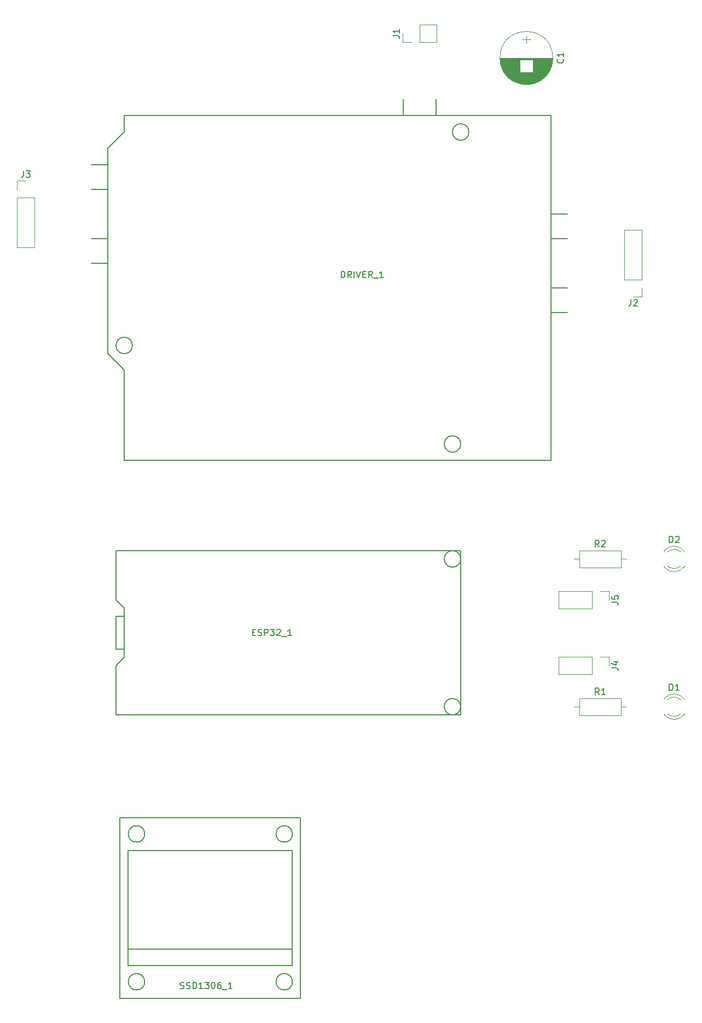
<source format=gbr>
G04 #@! TF.FileFunction,Legend,Top*
%FSLAX46Y46*%
G04 Gerber Fmt 4.6, Leading zero omitted, Abs format (unit mm)*
G04 Created by KiCad (PCBNEW 4.0.7) date 04/17/18 22:05:50*
%MOMM*%
%LPD*%
G01*
G04 APERTURE LIST*
%ADD10C,0.100000*%
%ADD11C,0.120000*%
%ADD12C,0.150000*%
G04 APERTURE END LIST*
D10*
D11*
X99340000Y-21570000D02*
G75*
G03X99340000Y-21570000I-4090000J0D01*
G01*
X99300000Y-21570000D02*
X91200000Y-21570000D01*
X99300000Y-21610000D02*
X91200000Y-21610000D01*
X99300000Y-21650000D02*
X91200000Y-21650000D01*
X99299000Y-21690000D02*
X91201000Y-21690000D01*
X99297000Y-21730000D02*
X91203000Y-21730000D01*
X99296000Y-21770000D02*
X91204000Y-21770000D01*
X99293000Y-21810000D02*
X91207000Y-21810000D01*
X99291000Y-21850000D02*
X96230000Y-21850000D01*
X94270000Y-21850000D02*
X91209000Y-21850000D01*
X99288000Y-21890000D02*
X96230000Y-21890000D01*
X94270000Y-21890000D02*
X91212000Y-21890000D01*
X99285000Y-21930000D02*
X96230000Y-21930000D01*
X94270000Y-21930000D02*
X91215000Y-21930000D01*
X99281000Y-21970000D02*
X96230000Y-21970000D01*
X94270000Y-21970000D02*
X91219000Y-21970000D01*
X99277000Y-22010000D02*
X96230000Y-22010000D01*
X94270000Y-22010000D02*
X91223000Y-22010000D01*
X99272000Y-22050000D02*
X96230000Y-22050000D01*
X94270000Y-22050000D02*
X91228000Y-22050000D01*
X99267000Y-22090000D02*
X96230000Y-22090000D01*
X94270000Y-22090000D02*
X91233000Y-22090000D01*
X99262000Y-22130000D02*
X96230000Y-22130000D01*
X94270000Y-22130000D02*
X91238000Y-22130000D01*
X99256000Y-22170000D02*
X96230000Y-22170000D01*
X94270000Y-22170000D02*
X91244000Y-22170000D01*
X99250000Y-22210000D02*
X96230000Y-22210000D01*
X94270000Y-22210000D02*
X91250000Y-22210000D01*
X99244000Y-22250000D02*
X96230000Y-22250000D01*
X94270000Y-22250000D02*
X91256000Y-22250000D01*
X99237000Y-22291000D02*
X96230000Y-22291000D01*
X94270000Y-22291000D02*
X91263000Y-22291000D01*
X99229000Y-22331000D02*
X96230000Y-22331000D01*
X94270000Y-22331000D02*
X91271000Y-22331000D01*
X99221000Y-22371000D02*
X96230000Y-22371000D01*
X94270000Y-22371000D02*
X91279000Y-22371000D01*
X99213000Y-22411000D02*
X96230000Y-22411000D01*
X94270000Y-22411000D02*
X91287000Y-22411000D01*
X99205000Y-22451000D02*
X96230000Y-22451000D01*
X94270000Y-22451000D02*
X91295000Y-22451000D01*
X99196000Y-22491000D02*
X96230000Y-22491000D01*
X94270000Y-22491000D02*
X91304000Y-22491000D01*
X99186000Y-22531000D02*
X96230000Y-22531000D01*
X94270000Y-22531000D02*
X91314000Y-22531000D01*
X99176000Y-22571000D02*
X96230000Y-22571000D01*
X94270000Y-22571000D02*
X91324000Y-22571000D01*
X99166000Y-22611000D02*
X96230000Y-22611000D01*
X94270000Y-22611000D02*
X91334000Y-22611000D01*
X99155000Y-22651000D02*
X96230000Y-22651000D01*
X94270000Y-22651000D02*
X91345000Y-22651000D01*
X99144000Y-22691000D02*
X96230000Y-22691000D01*
X94270000Y-22691000D02*
X91356000Y-22691000D01*
X99133000Y-22731000D02*
X96230000Y-22731000D01*
X94270000Y-22731000D02*
X91367000Y-22731000D01*
X99120000Y-22771000D02*
X96230000Y-22771000D01*
X94270000Y-22771000D02*
X91380000Y-22771000D01*
X99108000Y-22811000D02*
X96230000Y-22811000D01*
X94270000Y-22811000D02*
X91392000Y-22811000D01*
X99095000Y-22851000D02*
X96230000Y-22851000D01*
X94270000Y-22851000D02*
X91405000Y-22851000D01*
X99082000Y-22891000D02*
X96230000Y-22891000D01*
X94270000Y-22891000D02*
X91418000Y-22891000D01*
X99068000Y-22931000D02*
X96230000Y-22931000D01*
X94270000Y-22931000D02*
X91432000Y-22931000D01*
X99053000Y-22971000D02*
X96230000Y-22971000D01*
X94270000Y-22971000D02*
X91447000Y-22971000D01*
X99039000Y-23011000D02*
X96230000Y-23011000D01*
X94270000Y-23011000D02*
X91461000Y-23011000D01*
X99023000Y-23051000D02*
X96230000Y-23051000D01*
X94270000Y-23051000D02*
X91477000Y-23051000D01*
X99008000Y-23091000D02*
X96230000Y-23091000D01*
X94270000Y-23091000D02*
X91492000Y-23091000D01*
X98991000Y-23131000D02*
X96230000Y-23131000D01*
X94270000Y-23131000D02*
X91509000Y-23131000D01*
X98975000Y-23171000D02*
X96230000Y-23171000D01*
X94270000Y-23171000D02*
X91525000Y-23171000D01*
X98957000Y-23211000D02*
X96230000Y-23211000D01*
X94270000Y-23211000D02*
X91543000Y-23211000D01*
X98940000Y-23251000D02*
X96230000Y-23251000D01*
X94270000Y-23251000D02*
X91560000Y-23251000D01*
X98921000Y-23291000D02*
X96230000Y-23291000D01*
X94270000Y-23291000D02*
X91579000Y-23291000D01*
X98902000Y-23331000D02*
X96230000Y-23331000D01*
X94270000Y-23331000D02*
X91598000Y-23331000D01*
X98883000Y-23371000D02*
X96230000Y-23371000D01*
X94270000Y-23371000D02*
X91617000Y-23371000D01*
X98863000Y-23411000D02*
X96230000Y-23411000D01*
X94270000Y-23411000D02*
X91637000Y-23411000D01*
X98843000Y-23451000D02*
X96230000Y-23451000D01*
X94270000Y-23451000D02*
X91657000Y-23451000D01*
X98822000Y-23491000D02*
X96230000Y-23491000D01*
X94270000Y-23491000D02*
X91678000Y-23491000D01*
X98800000Y-23531000D02*
X96230000Y-23531000D01*
X94270000Y-23531000D02*
X91700000Y-23531000D01*
X98778000Y-23571000D02*
X96230000Y-23571000D01*
X94270000Y-23571000D02*
X91722000Y-23571000D01*
X98755000Y-23611000D02*
X96230000Y-23611000D01*
X94270000Y-23611000D02*
X91745000Y-23611000D01*
X98732000Y-23651000D02*
X96230000Y-23651000D01*
X94270000Y-23651000D02*
X91768000Y-23651000D01*
X98708000Y-23691000D02*
X96230000Y-23691000D01*
X94270000Y-23691000D02*
X91792000Y-23691000D01*
X98684000Y-23731000D02*
X96230000Y-23731000D01*
X94270000Y-23731000D02*
X91816000Y-23731000D01*
X98658000Y-23771000D02*
X96230000Y-23771000D01*
X94270000Y-23771000D02*
X91842000Y-23771000D01*
X98633000Y-23811000D02*
X91867000Y-23811000D01*
X98606000Y-23851000D02*
X91894000Y-23851000D01*
X98579000Y-23891000D02*
X91921000Y-23891000D01*
X98551000Y-23931000D02*
X91949000Y-23931000D01*
X98522000Y-23971000D02*
X91978000Y-23971000D01*
X98493000Y-24011000D02*
X92007000Y-24011000D01*
X98463000Y-24051000D02*
X92037000Y-24051000D01*
X98432000Y-24091000D02*
X92068000Y-24091000D01*
X98400000Y-24131000D02*
X92100000Y-24131000D01*
X98368000Y-24171000D02*
X92132000Y-24171000D01*
X98334000Y-24211000D02*
X92166000Y-24211000D01*
X98300000Y-24251000D02*
X92200000Y-24251000D01*
X98265000Y-24291000D02*
X92235000Y-24291000D01*
X98229000Y-24331000D02*
X92271000Y-24331000D01*
X98192000Y-24371000D02*
X92308000Y-24371000D01*
X98154000Y-24411000D02*
X92346000Y-24411000D01*
X98115000Y-24451000D02*
X92385000Y-24451000D01*
X98074000Y-24491000D02*
X92426000Y-24491000D01*
X98033000Y-24531000D02*
X92467000Y-24531000D01*
X97990000Y-24571000D02*
X92510000Y-24571000D01*
X97947000Y-24611000D02*
X92553000Y-24611000D01*
X97902000Y-24651000D02*
X92598000Y-24651000D01*
X97855000Y-24691000D02*
X92645000Y-24691000D01*
X97807000Y-24731000D02*
X92693000Y-24731000D01*
X97758000Y-24771000D02*
X92742000Y-24771000D01*
X97707000Y-24811000D02*
X92793000Y-24811000D01*
X97654000Y-24851000D02*
X92846000Y-24851000D01*
X97599000Y-24891000D02*
X92901000Y-24891000D01*
X97543000Y-24931000D02*
X92957000Y-24931000D01*
X97484000Y-24971000D02*
X93016000Y-24971000D01*
X97423000Y-25011000D02*
X93077000Y-25011000D01*
X97359000Y-25051000D02*
X93141000Y-25051000D01*
X97293000Y-25091000D02*
X93207000Y-25091000D01*
X97224000Y-25131000D02*
X93276000Y-25131000D01*
X97152000Y-25171000D02*
X93348000Y-25171000D01*
X97076000Y-25211000D02*
X93424000Y-25211000D01*
X96995000Y-25251000D02*
X93505000Y-25251000D01*
X96910000Y-25291000D02*
X93590000Y-25291000D01*
X96820000Y-25331000D02*
X93680000Y-25331000D01*
X96723000Y-25371000D02*
X93777000Y-25371000D01*
X96619000Y-25411000D02*
X93881000Y-25411000D01*
X96504000Y-25451000D02*
X93996000Y-25451000D01*
X96377000Y-25491000D02*
X94123000Y-25491000D01*
X96233000Y-25531000D02*
X94267000Y-25531000D01*
X96064000Y-25571000D02*
X94436000Y-25571000D01*
X95848000Y-25611000D02*
X94652000Y-25611000D01*
X95496000Y-25651000D02*
X95004000Y-25651000D01*
X95250000Y-18120000D02*
X95250000Y-19320000D01*
X95900000Y-18720000D02*
X94600000Y-18720000D01*
X119782335Y-120841392D02*
G75*
G03X116550000Y-120684484I-1672335J-1078608D01*
G01*
X119782335Y-122998608D02*
G75*
G02X116550000Y-123155516I-1672335J1078608D01*
G01*
X119151130Y-120840163D02*
G75*
G03X117069039Y-120840000I-1041130J-1079837D01*
G01*
X119151130Y-122999837D02*
G75*
G02X117069039Y-123000000I-1041130J1079837D01*
G01*
X116550000Y-120684000D02*
X116550000Y-120840000D01*
X116550000Y-123000000D02*
X116550000Y-123156000D01*
X119782335Y-97981392D02*
G75*
G03X116550000Y-97824484I-1672335J-1078608D01*
G01*
X119782335Y-100138608D02*
G75*
G02X116550000Y-100295516I-1672335J1078608D01*
G01*
X119151130Y-97980163D02*
G75*
G03X117069039Y-97980000I-1041130J-1079837D01*
G01*
X119151130Y-100139837D02*
G75*
G02X117069039Y-100140000I-1041130J1079837D01*
G01*
X116550000Y-97824000D02*
X116550000Y-97980000D01*
X116550000Y-100140000D02*
X116550000Y-100296000D01*
D12*
X30480000Y-49530000D02*
X27940000Y-49530000D01*
X30480000Y-53340000D02*
X27940000Y-53340000D01*
X30480000Y-41910000D02*
X27940000Y-41910000D01*
X30480000Y-38100000D02*
X27940000Y-38100000D01*
X99060000Y-60960000D02*
X101600000Y-60960000D01*
X99060000Y-57150000D02*
X101600000Y-57150000D01*
X99060000Y-49530000D02*
X101600000Y-49530000D01*
X99060000Y-45720000D02*
X101600000Y-45720000D01*
X81280000Y-30480000D02*
X81280000Y-27940000D01*
X76200000Y-30480000D02*
X76200000Y-27940000D01*
X85090000Y-81280000D02*
G75*
G03X85090000Y-81280000I-1270000J0D01*
G01*
X86360000Y-33020000D02*
G75*
G03X86360000Y-33020000I-1270000J0D01*
G01*
X34290000Y-66040000D02*
G75*
G03X34290000Y-66040000I-1270000J0D01*
G01*
X72390000Y-30480000D02*
X99060000Y-30480000D01*
X99060000Y-30480000D02*
X99060000Y-83820000D01*
X99060000Y-83820000D02*
X82550000Y-83820000D01*
X34290000Y-30480000D02*
X33020000Y-30480000D01*
X33020000Y-30480000D02*
X33020000Y-33020000D01*
X33020000Y-33020000D02*
X30480000Y-35560000D01*
X30480000Y-35560000D02*
X30480000Y-67310000D01*
X30480000Y-67310000D02*
X33020000Y-69850000D01*
X33020000Y-69850000D02*
X33020000Y-83820000D01*
X33020000Y-83820000D02*
X82550000Y-83820000D01*
X34290000Y-30480000D02*
X72390000Y-30480000D01*
X85090000Y-99060000D02*
G75*
G03X85090000Y-99060000I-1270000J0D01*
G01*
X85090000Y-121920000D02*
G75*
G03X85090000Y-121920000I-1270000J0D01*
G01*
X31750000Y-105410000D02*
X31750000Y-100330000D01*
X31750000Y-113030000D02*
X31750000Y-110490000D01*
X31750000Y-123190000D02*
X31750000Y-115570000D01*
X33020000Y-107950000D02*
X31750000Y-107950000D01*
X33020000Y-113030000D02*
X31750000Y-113030000D01*
X31750000Y-105410000D02*
X33020000Y-106680000D01*
X33020000Y-106680000D02*
X33020000Y-114300000D01*
X33020000Y-114300000D02*
X31750000Y-115570000D01*
X31750000Y-107950000D02*
X31750000Y-110490000D01*
X31750000Y-97790000D02*
X31750000Y-100330000D01*
X31750000Y-123190000D02*
X85090000Y-123190000D01*
X85090000Y-123190000D02*
X85090000Y-97790000D01*
X85090000Y-97790000D02*
X31750000Y-97790000D01*
X31750000Y-97790000D02*
X31750000Y-100330000D01*
D11*
X81340000Y-19110000D02*
X81340000Y-16450000D01*
X78740000Y-19110000D02*
X81340000Y-19110000D01*
X78740000Y-16450000D02*
X81340000Y-16450000D01*
X78740000Y-19110000D02*
X78740000Y-16450000D01*
X77470000Y-19110000D02*
X76140000Y-19110000D01*
X76140000Y-19110000D02*
X76140000Y-17780000D01*
X113090000Y-48200000D02*
X110430000Y-48200000D01*
X113090000Y-55880000D02*
X113090000Y-48200000D01*
X110430000Y-55880000D02*
X110430000Y-48200000D01*
X113090000Y-55880000D02*
X110430000Y-55880000D01*
X113090000Y-57150000D02*
X113090000Y-58480000D01*
X113090000Y-58480000D02*
X111760000Y-58480000D01*
X16450000Y-50860000D02*
X19110000Y-50860000D01*
X16450000Y-43180000D02*
X16450000Y-50860000D01*
X19110000Y-43180000D02*
X19110000Y-50860000D01*
X16450000Y-43180000D02*
X19110000Y-43180000D01*
X16450000Y-41910000D02*
X16450000Y-40580000D01*
X16450000Y-40580000D02*
X17780000Y-40580000D01*
X100270000Y-114240000D02*
X100270000Y-116900000D01*
X105410000Y-114240000D02*
X100270000Y-114240000D01*
X105410000Y-116900000D02*
X100270000Y-116900000D01*
X105410000Y-114240000D02*
X105410000Y-116900000D01*
X106680000Y-114240000D02*
X108010000Y-114240000D01*
X108010000Y-114240000D02*
X108010000Y-115570000D01*
X100270000Y-104080000D02*
X100270000Y-106740000D01*
X105410000Y-104080000D02*
X100270000Y-104080000D01*
X105410000Y-106740000D02*
X100270000Y-106740000D01*
X105410000Y-104080000D02*
X105410000Y-106740000D01*
X106680000Y-104080000D02*
X108010000Y-104080000D01*
X108010000Y-104080000D02*
X108010000Y-105410000D01*
X103470000Y-120610000D02*
X103470000Y-123230000D01*
X103470000Y-123230000D02*
X109890000Y-123230000D01*
X109890000Y-123230000D02*
X109890000Y-120610000D01*
X109890000Y-120610000D02*
X103470000Y-120610000D01*
X102580000Y-121920000D02*
X103470000Y-121920000D01*
X110780000Y-121920000D02*
X109890000Y-121920000D01*
X103470000Y-97750000D02*
X103470000Y-100370000D01*
X103470000Y-100370000D02*
X109890000Y-100370000D01*
X109890000Y-100370000D02*
X109890000Y-97750000D01*
X109890000Y-97750000D02*
X103470000Y-97750000D01*
X102580000Y-99060000D02*
X103470000Y-99060000D01*
X110780000Y-99060000D02*
X109890000Y-99060000D01*
D12*
X57785000Y-159385000D02*
X59055000Y-159385000D01*
X59055000Y-159385000D02*
X59055000Y-144145000D01*
X59055000Y-144145000D02*
X33655000Y-144145000D01*
X33655000Y-144145000D02*
X33655000Y-159385000D01*
X33655000Y-159385000D02*
X57785000Y-159385000D01*
X57785000Y-159385000D02*
X59055000Y-159385000D01*
X59055000Y-159385000D02*
X59055000Y-161925000D01*
X59055000Y-161925000D02*
X33655000Y-161925000D01*
X33655000Y-161925000D02*
X33655000Y-159385000D01*
X36195000Y-164465000D02*
G75*
G03X36195000Y-164465000I-1270000J0D01*
G01*
X59055000Y-164465000D02*
G75*
G03X59055000Y-164465000I-1270000J0D01*
G01*
X59055000Y-141605000D02*
G75*
G03X59055000Y-141605000I-1270000J0D01*
G01*
X36195000Y-141605000D02*
G75*
G03X36195000Y-141605000I-1270000J0D01*
G01*
X55245000Y-139065000D02*
X60325000Y-139065000D01*
X60325000Y-139065000D02*
X60325000Y-167005000D01*
X60325000Y-167005000D02*
X32385000Y-167005000D01*
X55245000Y-139065000D02*
X32385000Y-139065000D01*
X32385000Y-139065000D02*
X32385000Y-167005000D01*
X100917143Y-21736666D02*
X100964762Y-21784285D01*
X101012381Y-21927142D01*
X101012381Y-22022380D01*
X100964762Y-22165238D01*
X100869524Y-22260476D01*
X100774286Y-22308095D01*
X100583810Y-22355714D01*
X100440952Y-22355714D01*
X100250476Y-22308095D01*
X100155238Y-22260476D01*
X100060000Y-22165238D01*
X100012381Y-22022380D01*
X100012381Y-21927142D01*
X100060000Y-21784285D01*
X100107619Y-21736666D01*
X101012381Y-20784285D02*
X101012381Y-21355714D01*
X101012381Y-21070000D02*
X100012381Y-21070000D01*
X100155238Y-21165238D01*
X100250476Y-21260476D01*
X100298095Y-21355714D01*
X117371905Y-119412381D02*
X117371905Y-118412381D01*
X117610000Y-118412381D01*
X117752858Y-118460000D01*
X117848096Y-118555238D01*
X117895715Y-118650476D01*
X117943334Y-118840952D01*
X117943334Y-118983810D01*
X117895715Y-119174286D01*
X117848096Y-119269524D01*
X117752858Y-119364762D01*
X117610000Y-119412381D01*
X117371905Y-119412381D01*
X118895715Y-119412381D02*
X118324286Y-119412381D01*
X118610000Y-119412381D02*
X118610000Y-118412381D01*
X118514762Y-118555238D01*
X118419524Y-118650476D01*
X118324286Y-118698095D01*
X117371905Y-96552381D02*
X117371905Y-95552381D01*
X117610000Y-95552381D01*
X117752858Y-95600000D01*
X117848096Y-95695238D01*
X117895715Y-95790476D01*
X117943334Y-95980952D01*
X117943334Y-96123810D01*
X117895715Y-96314286D01*
X117848096Y-96409524D01*
X117752858Y-96504762D01*
X117610000Y-96552381D01*
X117371905Y-96552381D01*
X118324286Y-95647619D02*
X118371905Y-95600000D01*
X118467143Y-95552381D01*
X118705239Y-95552381D01*
X118800477Y-95600000D01*
X118848096Y-95647619D01*
X118895715Y-95742857D01*
X118895715Y-95838095D01*
X118848096Y-95980952D01*
X118276667Y-96552381D01*
X118895715Y-96552381D01*
X66611905Y-55562381D02*
X66611905Y-54562381D01*
X66850000Y-54562381D01*
X66992858Y-54610000D01*
X67088096Y-54705238D01*
X67135715Y-54800476D01*
X67183334Y-54990952D01*
X67183334Y-55133810D01*
X67135715Y-55324286D01*
X67088096Y-55419524D01*
X66992858Y-55514762D01*
X66850000Y-55562381D01*
X66611905Y-55562381D01*
X68183334Y-55562381D02*
X67850000Y-55086190D01*
X67611905Y-55562381D02*
X67611905Y-54562381D01*
X67992858Y-54562381D01*
X68088096Y-54610000D01*
X68135715Y-54657619D01*
X68183334Y-54752857D01*
X68183334Y-54895714D01*
X68135715Y-54990952D01*
X68088096Y-55038571D01*
X67992858Y-55086190D01*
X67611905Y-55086190D01*
X68611905Y-55562381D02*
X68611905Y-54562381D01*
X68945238Y-54562381D02*
X69278571Y-55562381D01*
X69611905Y-54562381D01*
X69945238Y-55038571D02*
X70278572Y-55038571D01*
X70421429Y-55562381D02*
X69945238Y-55562381D01*
X69945238Y-54562381D01*
X70421429Y-54562381D01*
X71421429Y-55562381D02*
X71088095Y-55086190D01*
X70850000Y-55562381D02*
X70850000Y-54562381D01*
X71230953Y-54562381D01*
X71326191Y-54610000D01*
X71373810Y-54657619D01*
X71421429Y-54752857D01*
X71421429Y-54895714D01*
X71373810Y-54990952D01*
X71326191Y-55038571D01*
X71230953Y-55086190D01*
X70850000Y-55086190D01*
X71611905Y-55657619D02*
X72373810Y-55657619D01*
X73135715Y-55562381D02*
X72564286Y-55562381D01*
X72850000Y-55562381D02*
X72850000Y-54562381D01*
X72754762Y-54705238D01*
X72659524Y-54800476D01*
X72564286Y-54848095D01*
X52880000Y-110418571D02*
X53213334Y-110418571D01*
X53356191Y-110942381D02*
X52880000Y-110942381D01*
X52880000Y-109942381D01*
X53356191Y-109942381D01*
X53737143Y-110894762D02*
X53880000Y-110942381D01*
X54118096Y-110942381D01*
X54213334Y-110894762D01*
X54260953Y-110847143D01*
X54308572Y-110751905D01*
X54308572Y-110656667D01*
X54260953Y-110561429D01*
X54213334Y-110513810D01*
X54118096Y-110466190D01*
X53927619Y-110418571D01*
X53832381Y-110370952D01*
X53784762Y-110323333D01*
X53737143Y-110228095D01*
X53737143Y-110132857D01*
X53784762Y-110037619D01*
X53832381Y-109990000D01*
X53927619Y-109942381D01*
X54165715Y-109942381D01*
X54308572Y-109990000D01*
X54737143Y-110942381D02*
X54737143Y-109942381D01*
X55118096Y-109942381D01*
X55213334Y-109990000D01*
X55260953Y-110037619D01*
X55308572Y-110132857D01*
X55308572Y-110275714D01*
X55260953Y-110370952D01*
X55213334Y-110418571D01*
X55118096Y-110466190D01*
X54737143Y-110466190D01*
X55641905Y-109942381D02*
X56260953Y-109942381D01*
X55927619Y-110323333D01*
X56070477Y-110323333D01*
X56165715Y-110370952D01*
X56213334Y-110418571D01*
X56260953Y-110513810D01*
X56260953Y-110751905D01*
X56213334Y-110847143D01*
X56165715Y-110894762D01*
X56070477Y-110942381D01*
X55784762Y-110942381D01*
X55689524Y-110894762D01*
X55641905Y-110847143D01*
X56641905Y-110037619D02*
X56689524Y-109990000D01*
X56784762Y-109942381D01*
X57022858Y-109942381D01*
X57118096Y-109990000D01*
X57165715Y-110037619D01*
X57213334Y-110132857D01*
X57213334Y-110228095D01*
X57165715Y-110370952D01*
X56594286Y-110942381D01*
X57213334Y-110942381D01*
X57403810Y-111037619D02*
X58165715Y-111037619D01*
X58927620Y-110942381D02*
X58356191Y-110942381D01*
X58641905Y-110942381D02*
X58641905Y-109942381D01*
X58546667Y-110085238D01*
X58451429Y-110180476D01*
X58356191Y-110228095D01*
X74592381Y-18113333D02*
X75306667Y-18113333D01*
X75449524Y-18160953D01*
X75544762Y-18256191D01*
X75592381Y-18399048D01*
X75592381Y-18494286D01*
X75592381Y-17113333D02*
X75592381Y-17684762D01*
X75592381Y-17399048D02*
X74592381Y-17399048D01*
X74735238Y-17494286D01*
X74830476Y-17589524D01*
X74878095Y-17684762D01*
X111426667Y-58932381D02*
X111426667Y-59646667D01*
X111379047Y-59789524D01*
X111283809Y-59884762D01*
X111140952Y-59932381D01*
X111045714Y-59932381D01*
X111855238Y-59027619D02*
X111902857Y-58980000D01*
X111998095Y-58932381D01*
X112236191Y-58932381D01*
X112331429Y-58980000D01*
X112379048Y-59027619D01*
X112426667Y-59122857D01*
X112426667Y-59218095D01*
X112379048Y-59360952D01*
X111807619Y-59932381D01*
X112426667Y-59932381D01*
X17446667Y-39032381D02*
X17446667Y-39746667D01*
X17399047Y-39889524D01*
X17303809Y-39984762D01*
X17160952Y-40032381D01*
X17065714Y-40032381D01*
X17827619Y-39032381D02*
X18446667Y-39032381D01*
X18113333Y-39413333D01*
X18256191Y-39413333D01*
X18351429Y-39460952D01*
X18399048Y-39508571D01*
X18446667Y-39603810D01*
X18446667Y-39841905D01*
X18399048Y-39937143D01*
X18351429Y-39984762D01*
X18256191Y-40032381D01*
X17970476Y-40032381D01*
X17875238Y-39984762D01*
X17827619Y-39937143D01*
X108462381Y-115903333D02*
X109176667Y-115903333D01*
X109319524Y-115950953D01*
X109414762Y-116046191D01*
X109462381Y-116189048D01*
X109462381Y-116284286D01*
X108795714Y-114998571D02*
X109462381Y-114998571D01*
X108414762Y-115236667D02*
X109129048Y-115474762D01*
X109129048Y-114855714D01*
X108462381Y-105743333D02*
X109176667Y-105743333D01*
X109319524Y-105790953D01*
X109414762Y-105886191D01*
X109462381Y-106029048D01*
X109462381Y-106124286D01*
X108462381Y-104790952D02*
X108462381Y-105267143D01*
X108938571Y-105314762D01*
X108890952Y-105267143D01*
X108843333Y-105171905D01*
X108843333Y-104933809D01*
X108890952Y-104838571D01*
X108938571Y-104790952D01*
X109033810Y-104743333D01*
X109271905Y-104743333D01*
X109367143Y-104790952D01*
X109414762Y-104838571D01*
X109462381Y-104933809D01*
X109462381Y-105171905D01*
X109414762Y-105267143D01*
X109367143Y-105314762D01*
X106513334Y-120062381D02*
X106180000Y-119586190D01*
X105941905Y-120062381D02*
X105941905Y-119062381D01*
X106322858Y-119062381D01*
X106418096Y-119110000D01*
X106465715Y-119157619D01*
X106513334Y-119252857D01*
X106513334Y-119395714D01*
X106465715Y-119490952D01*
X106418096Y-119538571D01*
X106322858Y-119586190D01*
X105941905Y-119586190D01*
X107465715Y-120062381D02*
X106894286Y-120062381D01*
X107180000Y-120062381D02*
X107180000Y-119062381D01*
X107084762Y-119205238D01*
X106989524Y-119300476D01*
X106894286Y-119348095D01*
X106513334Y-97202381D02*
X106180000Y-96726190D01*
X105941905Y-97202381D02*
X105941905Y-96202381D01*
X106322858Y-96202381D01*
X106418096Y-96250000D01*
X106465715Y-96297619D01*
X106513334Y-96392857D01*
X106513334Y-96535714D01*
X106465715Y-96630952D01*
X106418096Y-96678571D01*
X106322858Y-96726190D01*
X105941905Y-96726190D01*
X106894286Y-96297619D02*
X106941905Y-96250000D01*
X107037143Y-96202381D01*
X107275239Y-96202381D01*
X107370477Y-96250000D01*
X107418096Y-96297619D01*
X107465715Y-96392857D01*
X107465715Y-96488095D01*
X107418096Y-96630952D01*
X106846667Y-97202381D01*
X107465715Y-97202381D01*
X41696190Y-165504762D02*
X41839047Y-165552381D01*
X42077143Y-165552381D01*
X42172381Y-165504762D01*
X42220000Y-165457143D01*
X42267619Y-165361905D01*
X42267619Y-165266667D01*
X42220000Y-165171429D01*
X42172381Y-165123810D01*
X42077143Y-165076190D01*
X41886666Y-165028571D01*
X41791428Y-164980952D01*
X41743809Y-164933333D01*
X41696190Y-164838095D01*
X41696190Y-164742857D01*
X41743809Y-164647619D01*
X41791428Y-164600000D01*
X41886666Y-164552381D01*
X42124762Y-164552381D01*
X42267619Y-164600000D01*
X42648571Y-165504762D02*
X42791428Y-165552381D01*
X43029524Y-165552381D01*
X43124762Y-165504762D01*
X43172381Y-165457143D01*
X43220000Y-165361905D01*
X43220000Y-165266667D01*
X43172381Y-165171429D01*
X43124762Y-165123810D01*
X43029524Y-165076190D01*
X42839047Y-165028571D01*
X42743809Y-164980952D01*
X42696190Y-164933333D01*
X42648571Y-164838095D01*
X42648571Y-164742857D01*
X42696190Y-164647619D01*
X42743809Y-164600000D01*
X42839047Y-164552381D01*
X43077143Y-164552381D01*
X43220000Y-164600000D01*
X43648571Y-165552381D02*
X43648571Y-164552381D01*
X43886666Y-164552381D01*
X44029524Y-164600000D01*
X44124762Y-164695238D01*
X44172381Y-164790476D01*
X44220000Y-164980952D01*
X44220000Y-165123810D01*
X44172381Y-165314286D01*
X44124762Y-165409524D01*
X44029524Y-165504762D01*
X43886666Y-165552381D01*
X43648571Y-165552381D01*
X45172381Y-165552381D02*
X44600952Y-165552381D01*
X44886666Y-165552381D02*
X44886666Y-164552381D01*
X44791428Y-164695238D01*
X44696190Y-164790476D01*
X44600952Y-164838095D01*
X45505714Y-164552381D02*
X46124762Y-164552381D01*
X45791428Y-164933333D01*
X45934286Y-164933333D01*
X46029524Y-164980952D01*
X46077143Y-165028571D01*
X46124762Y-165123810D01*
X46124762Y-165361905D01*
X46077143Y-165457143D01*
X46029524Y-165504762D01*
X45934286Y-165552381D01*
X45648571Y-165552381D01*
X45553333Y-165504762D01*
X45505714Y-165457143D01*
X46743809Y-164552381D02*
X46839048Y-164552381D01*
X46934286Y-164600000D01*
X46981905Y-164647619D01*
X47029524Y-164742857D01*
X47077143Y-164933333D01*
X47077143Y-165171429D01*
X47029524Y-165361905D01*
X46981905Y-165457143D01*
X46934286Y-165504762D01*
X46839048Y-165552381D01*
X46743809Y-165552381D01*
X46648571Y-165504762D01*
X46600952Y-165457143D01*
X46553333Y-165361905D01*
X46505714Y-165171429D01*
X46505714Y-164933333D01*
X46553333Y-164742857D01*
X46600952Y-164647619D01*
X46648571Y-164600000D01*
X46743809Y-164552381D01*
X47934286Y-164552381D02*
X47743809Y-164552381D01*
X47648571Y-164600000D01*
X47600952Y-164647619D01*
X47505714Y-164790476D01*
X47458095Y-164980952D01*
X47458095Y-165361905D01*
X47505714Y-165457143D01*
X47553333Y-165504762D01*
X47648571Y-165552381D01*
X47839048Y-165552381D01*
X47934286Y-165504762D01*
X47981905Y-165457143D01*
X48029524Y-165361905D01*
X48029524Y-165123810D01*
X47981905Y-165028571D01*
X47934286Y-164980952D01*
X47839048Y-164933333D01*
X47648571Y-164933333D01*
X47553333Y-164980952D01*
X47505714Y-165028571D01*
X47458095Y-165123810D01*
X48220000Y-165647619D02*
X48981905Y-165647619D01*
X49743810Y-165552381D02*
X49172381Y-165552381D01*
X49458095Y-165552381D02*
X49458095Y-164552381D01*
X49362857Y-164695238D01*
X49267619Y-164790476D01*
X49172381Y-164838095D01*
M02*

</source>
